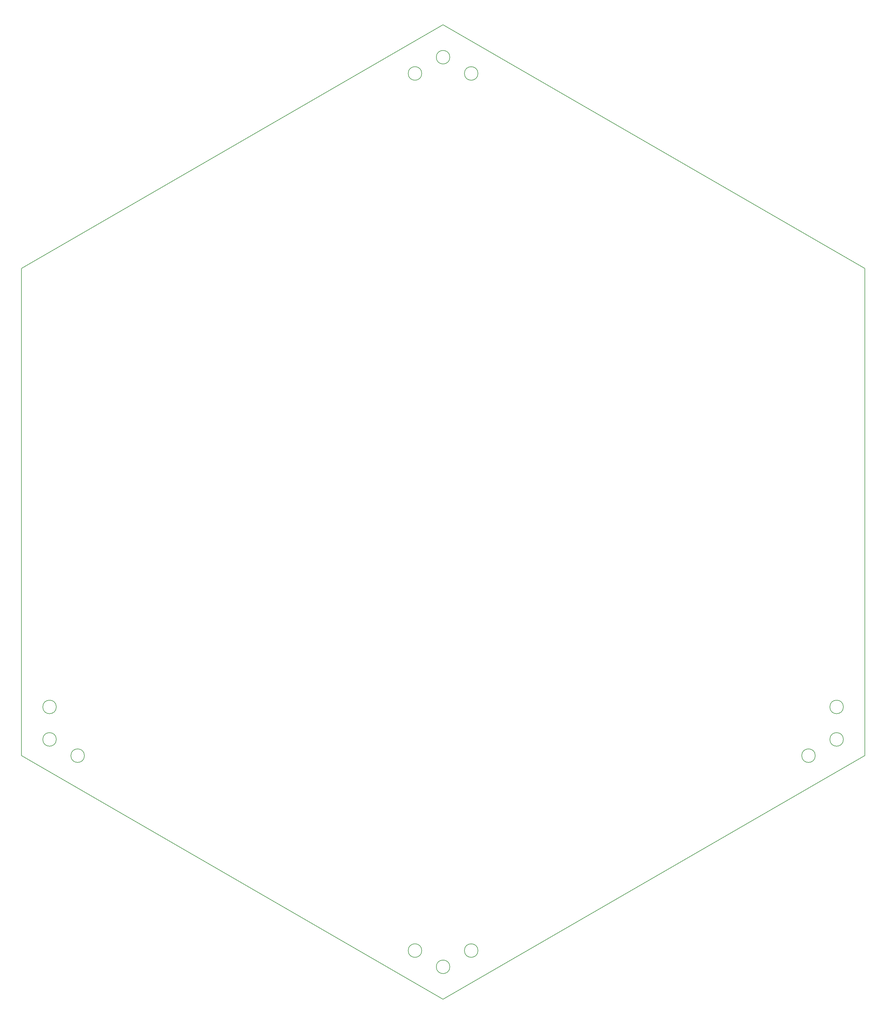
<source format=gm1>
%TF.GenerationSoftware,KiCad,Pcbnew,7.0.9*%
%TF.CreationDate,2024-01-04T10:45:34-06:00*%
%TF.ProjectId,HexDisplayPCB,48657844-6973-4706-9c61-795043422e6b,rev?*%
%TF.SameCoordinates,Original*%
%TF.FileFunction,Profile,NP*%
%FSLAX46Y46*%
G04 Gerber Fmt 4.6, Leading zero omitted, Abs format (unit mm)*
G04 Created by KiCad (PCBNEW 7.0.9) date 2024-01-04 10:45:34*
%MOMM*%
%LPD*%
G01*
G04 APERTURE LIST*
%TA.AperFunction,Profile*%
%ADD10C,0.200000*%
%TD*%
G04 APERTURE END LIST*
D10*
X456200856Y-286446667D02*
G75*
G03*
X456200856Y-286446667I-2087500J0D01*
G01*
X464861111Y-281446667D02*
G75*
G03*
X464861111Y-281446667I-2087500J0D01*
G01*
X464861111Y-271446667D02*
G75*
G03*
X464861111Y-271446667I-2087500J0D01*
G01*
X334957300Y-346446667D02*
G75*
G03*
X334957300Y-346446667I-2087500J0D01*
G01*
X343617554Y-351446667D02*
G75*
G03*
X343617554Y-351446667I-2087500J0D01*
G01*
X352277808Y-346446667D02*
G75*
G03*
X352277808Y-346446667I-2087500J0D01*
G01*
X222373997Y-271446667D02*
G75*
G03*
X222373997Y-271446667I-2087500J0D01*
G01*
X222373997Y-281446667D02*
G75*
G03*
X222373997Y-281446667I-2087500J0D01*
G01*
X231034252Y-286446667D02*
G75*
G03*
X231034252Y-286446667I-2087500J0D01*
G01*
X352277808Y-76446667D02*
G75*
G03*
X352277808Y-76446667I-2087500J0D01*
G01*
X334957300Y-76446667D02*
G75*
G03*
X334957300Y-76446667I-2087500J0D01*
G01*
X343617554Y-71446667D02*
G75*
G03*
X343617554Y-71446667I-2087500J0D01*
G01*
X471433865Y-136446667D02*
X341530054Y-61446667D01*
X211626243Y-286446667D02*
X341530054Y-361446667D01*
X471433865Y-286446667D02*
X471433865Y-136446667D01*
X341530054Y-61446667D02*
X211626243Y-136446667D01*
X341530054Y-361446667D02*
X471433865Y-286446667D01*
X211626243Y-136446667D02*
X211626243Y-286446667D01*
M02*

</source>
